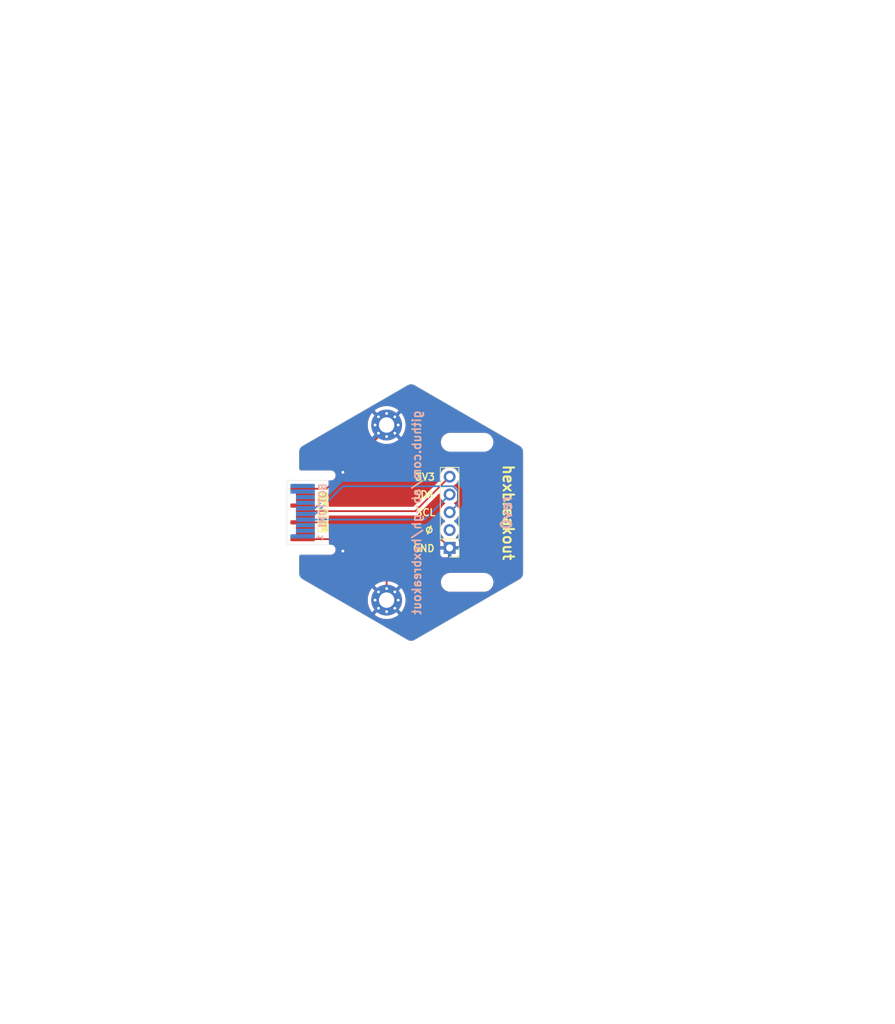
<source format=kicad_pcb>
(kicad_pcb (version 20240108) (generator "pcbnew") (generator_version "8.0")
  (layers (0 "F.Cu" signal) (31 "B.Cu" signal) (34 "B.Paste" user) (35 "F.Paste" user) (36 "B.SilkS" user "B.Silkscreen") (37 "F.SilkS" user "F.Silkscreen") (38 "B.Mask" user) (39 "F.Mask" user) (44 "Edge.Cuts" user))
  (net 0 "")
  (net 1 "/GND")
  (net 2 "/LS_A")
  (net 3 "/LS_B")
  (net 4 "/SDA")
  (net 5 "/SCL")
  (net 6 "/LS_C")
  (net 7 "/LS_D")
  (net 8 "/LS_E")
  (net 9 "/HS_F")
  (net 10 "/HS_G")
  (net 11 "/3V3")
  (net 12 "/HS_H")
  (net 13 "/HS_I")
  (footprint "tildagon:hexpansion-edge-connector" (layer "F.Cu") (at 98.25 100)
    (property "Reference" "J1" (hide yes))
    (property "Value" "Nodule-Connector" (hide yes))
    (fp_line (start 0 4.4) (end 0 -4.4) (stroke (width 0.05)) (layer "Edge.Cuts"))
    (fp_line (start 6.25 -6) (end 2 -6) (stroke (width 0.05)) (layer "Edge.Cuts"))
    (fp_line (start 6.25 -4.6) (end 0.2 -4.6) (stroke (width 0.05)) (layer "Edge.Cuts"))
    (fp_line (start 6.25 4.6) (end 0.2 4.6) (stroke (width 0.05)) (layer "Edge.Cuts"))
    (fp_line (start 6.25 6) (end 2 6) (stroke (width 0.05)) (layer "Edge.Cuts"))
    (fp_arc (start 0 -4.4) (mid 0.058579 -4.541421) (end 0.2 -4.6) (stroke (width 0.05)) (layer "Edge.Cuts"))
    (fp_arc (start 0.2 4.6) (mid 0.058579 4.541421) (end 0 4.4) (stroke (width 0.05)) (layer "Edge.Cuts"))
    (fp_arc (start 6.25 -6) (mid 6.744975 -5.794975) (end 6.95 -5.3) (stroke (width 0.05)) (layer "Edge.Cuts"))
    (fp_arc (start 6.25 4.6) (mid 6.744975 4.805025) (end 6.95 5.3) (stroke (width 0.05)) (layer "Edge.Cuts"))
    (fp_arc (start 6.95 -5.3) (mid 6.744975 -4.805025) (end 6.25 -4.6) (stroke (width 0.05)) (layer "Edge.Cuts"))
    (fp_arc (start 6.95 5.3) (mid 6.744975 5.794975) (end 6.25 6) (stroke (width 0.05)) (layer "Edge.Cuts"))
    (fp_text user "BOTTOM!" (at 5.7 -4.3 90) (layer "B.SilkS") (effects (font (thickness 0.25) (bold yes)) (justify left bottom mirror)))
    (fp_text user "1" (at 5.2 3.05 90) (layer "B.SilkS") (effects (font (size 0.8 0.8) (thickness 0.2) (bold yes)) (justify left bottom mirror)))
    (fp_text user "^ TOP ^" (at 5.8 2.85 90) (layer "F.SilkS" knockout) (effects (font (thickness 0.25) (bold yes)) (justify left bottom)))
    (pad "1" smd roundrect (at 2.25 3.4) (size 3.5 0.6) (layers "B.Cu" "B.Mask") (net 1 "/GND"))
    (pad "2" smd roundrect (at 2.65 2.6) (size 2.7 0.6) (layers "B.Cu" "B.Mask") (net 2 "/LS_A"))
    (pad "3" smd roundrect (at 2.65 1.8) (size 2.7 0.6) (layers "B.Cu" "B.Mask") (net 3 "/LS_B"))
    (pad "4" smd roundrect (at 2.65 1) (size 2.7 0.6) (layers "B.Cu" "B.Mask") (net 4 "/SDA"))
    (pad "5" smd roundrect (at 2.65 0.2) (size 2.7 0.6) (layers "B.Cu" "B.Mask") (net 5 "/SCL"))
    (pad "6" smd roundrect (at 2.65 -0.6) (size 2.7 0.6) (layers "B.Cu" "B.Mask") (net 1 "/GND"))
    (pad "7" smd roundrect (at 2.65 -1.4) (size 2.7 0.6) (layers "B.Cu" "B.Mask") (net 6 "/LS_C"))
    (pad "8" smd roundrect (at 2.65 -2.2) (size 2.7 0.6) (layers "B.Cu" "B.Mask") (net 7 "/LS_D"))
    (pad "9" smd roundrect (at 2.25 -3) (size 3.5 0.6) (layers "B.Cu" "B.Mask") (net 8 "/LS_E"))
    (pad "10" smd roundrect (at 2.25 -3.8) (size 3.5 0.6) (layers "B.Cu" "B.Mask") (net 1 "/GND"))
    (pad "11" smd roundrect (at 2.25 -3.4 180) (size 3.5 0.6) (layers "F.Cu" "F.Mask") (net 1 "/GND"))
    (pad "12" smd roundrect (at 2.65 -2.6 180) (size 2.7 0.6) (layers "F.Cu" "F.Mask") (net 9 "/HS_F"))
    (pad "13" smd roundrect (at 2.65 -1.8 180) (size 2.7 0.6) (layers "F.Cu" "F.Mask") (net 10 "/HS_G"))
    (pad "14" smd roundrect (at 2.25 -1 180) (size 3.5 0.6) (layers "F.Cu" "F.Mask") (net 1 "/GND"))
    (pad "15" smd roundrect (at 2.65 -0.2 180) (size 2.7 0.6) (layers "F.Cu" "F.Mask") (net 11 "/3V3"))
    (pad "16" smd roundrect (at 2.65 0.6 180) (size 2.7 0.6) (layers "F.Cu" "F.Mask") (net 11 "/3V3"))
    (pad "17" smd roundrect (at 2.25 1.4 180) (size 3.5 0.6) (layers "F.Cu" "F.Mask") (net 1 "/GND"))
    (pad "18" smd roundrect (at 2.65 2.2 180) (size 2.7 0.6) (layers "F.Cu" "F.Mask") (net 12 "/HS_H"))
    (pad "19" smd roundrect (at 2.65 3 180) (size 2.7 0.6) (layers "F.Cu" "F.Mask") (net 13 "/HS_I"))
    (pad "20" smd roundrect (at 2.25 3.8 180) (size 3.5 0.6) (layers "F.Cu" "F.Mask") (net 1 "/GND"))
  )
  (footprint "MountingHole:MountingHole_2.2mm_M2" (layer "F.Cu") (at 124 89.96)
    (property "Reference" "REF**" (hide yes))
    (property "Value" "MountingHole_2.2mm_M2" (hide yes))
    (pad "" np_thru_hole oval (at 0 0) (size 7 2.2) (drill oval 7 2.2) (layers "F&B.Cu" "*.Mask"))
  )
  (footprint "MountingHole:MountingHole_2.2mm_M2_Pad_Via" (layer "F.Cu") (at 112.5 87.5)
    (property "Reference" "H2" (hide yes))
    (property "Value" "MountingHole_Pad")
    (pad "1" thru_hole circle (at -1.65 0) (size 0.7 0.7) (drill 0.4) (layers "*.Cu" "*.Mask") (net 1 "/GND"))
    (pad "1" thru_hole circle (at -1.166726 -1.166726) (size 0.7 0.7) (drill 0.4) (layers "*.Cu" "*.Mask") (net 1 "/GND"))
    (pad "1" thru_hole circle (at -1.166726 1.166726) (size 0.7 0.7) (drill 0.4) (layers "*.Cu" "*.Mask") (net 1 "/GND"))
    (pad "1" thru_hole circle (at 0 -1.65) (size 0.7 0.7) (drill 0.4) (layers "*.Cu" "*.Mask") (net 1 "/GND"))
    (pad "1" thru_hole circle (at 0 0) (size 4.4 4.4) (drill 2.2) (layers "*.Cu" "*.Mask") (net 1 "/GND"))
    (pad "1" thru_hole circle (at 0 1.65) (size 0.7 0.7) (drill 0.4) (layers "*.Cu" "*.Mask") (net 1 "/GND"))
    (pad "1" thru_hole circle (at 1.166726 -1.166726) (size 0.7 0.7) (drill 0.4) (layers "*.Cu" "*.Mask") (net 1 "/GND"))
    (pad "1" thru_hole circle (at 1.166726 1.166726) (size 0.7 0.7) (drill 0.4) (layers "*.Cu" "*.Mask") (net 1 "/GND"))
    (pad "1" thru_hole circle (at 1.65 0) (size 0.7 0.7) (drill 0.4) (layers "*.Cu" "*.Mask") (net 1 "/GND"))
  )
  (footprint "Connector_PinHeader_2.54mm:PinHeader_1x05_P2.54mm_Vertical" (layer "F.Cu") (at 121.5 105.04 180)
    (property "Reference" "REF**" (hide yes))
    (property "Value" "PinHeader_1x05_P2.54mm_Vertical")
    (fp_line (start 1.33 1.27) (end 1.33 11.49) (stroke (width 0.12)) (layer "F.SilkS"))
    (fp_line (start -1.33 11.49) (end 1.33 11.49) (stroke (width 0.12)) (layer "F.SilkS"))
    (fp_line (start -1.33 1.27) (end 1.33 1.27) (stroke (width 0.12)) (layer "F.SilkS"))
    (fp_line (start -1.33 1.27) (end -1.33 11.49) (stroke (width 0.12)) (layer "F.SilkS"))
    (fp_line (start -1.33 0) (end -1.33 -1.33) (stroke (width 0.12)) (layer "F.SilkS"))
    (fp_line (start -1.33 -1.33) (end 0 -1.33) (stroke (width 0.12)) (layer "F.SilkS"))
    (pad "1" thru_hole rect (at 0 0 180) (size 1.7 1.7) (drill 1) (layers "*.Cu" "*.Mask") (net 1 "/GND"))
    (pad "2" thru_hole oval (at 0 2.54 180) (size 1.7 1.7) (drill 1) (layers "*.Cu" "*.Mask"))
    (pad "3" thru_hole oval (at 0 5.08 180) (size 1.7 1.7) (drill 1) (layers "*.Cu" "*.Mask") (net 5 "/SCL"))
    (pad "4" thru_hole oval (at 0 7.62 180) (size 1.7 1.7) (drill 1) (layers "*.Cu" "*.Mask") (net 4 "/SDA"))
    (pad "5" thru_hole oval (at 0 10.16 180) (size 1.7 1.7) (drill 1) (layers "*.Cu" "*.Mask") (net 11 "/3V3"))
  )
  (footprint "MountingHole:MountingHole_2.2mm_M2" (layer "F.Cu") (at 124 109.96)
    (property "Reference" "REF**" (hide yes))
    (property "Value" "MountingHole_2.2mm_M2" (hide yes))
    (pad "" np_thru_hole oval (at 0 0) (size 7 2.2) (drill oval 7 2.2) (layers "F&B.Cu" "*.Mask"))
  )
  (footprint "MountingHole:MountingHole_2.2mm_M2_Pad_Via" (layer "F.Cu") (at 112.5 112.5)
    (property "Reference" "H1" (hide yes))
    (property "Value" "MountingHole_Pad")
    (pad "1" thru_hole circle (at -1.65 0) (size 0.7 0.7) (drill 0.4) (layers "*.Cu" "*.Mask") (net 1 "/GND"))
    (pad "1" thru_hole circle (at -1.166726 -1.166726) (size 0.7 0.7) (drill 0.4) (layers "*.Cu" "*.Mask") (net 1 "/GND"))
    (pad "1" thru_hole circle (at -1.166726 1.166726) (size 0.7 0.7) (drill 0.4) (layers "*.Cu" "*.Mask") (net 1 "/GND"))
    (pad "1" thru_hole circle (at 0 -1.65) (size 0.7 0.7) (drill 0.4) (layers "*.Cu" "*.Mask") (net 1 "/GND"))
    (pad "1" thru_hole circle (at 0 0) (size 4.4 4.4) (drill 2.2) (layers "*.Cu" "*.Mask") (net 1 "/GND"))
    (pad "1" thru_hole circle (at 0 1.65) (size 0.7 0.7) (drill 0.4) (layers "*.Cu" "*.Mask") (net 1 "/GND"))
    (pad "1" thru_hole circle (at 1.166726 -1.166726) (size 0.7 0.7) (drill 0.4) (layers "*.Cu" "*.Mask") (net 1 "/GND"))
    (pad "1" thru_hole circle (at 1.166726 1.166726) (size 0.7 0.7) (drill 0.4) (layers "*.Cu" "*.Mask") (net 1 "/GND"))
    (pad "1" thru_hole circle (at 1.65 0) (size 0.7 0.7) (drill 0.4) (layers "*.Cu" "*.Mask") (net 1 "/GND"))
  )
  (gr_line (start 100.5 90.473725) (end 115.499995 81.813472) (stroke (width 0.05)) (layer "Edge.Cuts"))
  (gr_arc (start 131.499989 90.473725) (mid 131.866015 90.83975) (end 131.999989 91.33975) (stroke (width 0.05)) (layer "Edge.Cuts"))
  (gr_arc (start 100.25 94) (mid 100.073223 93.926777) (end 100 93.75) (stroke (width 0.1)) (layer "Edge.Cuts"))
  (gr_arc (start 115.499995 81.813472) (mid 115.999995 81.679497) (end 116.499995 81.813472) (stroke (width 0.05)) (layer "Edge.Cuts"))
  (gr_line (start 100.5 109.526269) (end 115.499995 118.186522) (stroke (width 0.05)) (layer "Edge.Cuts"))
  (gr_line (start 131.999989 91.33975) (end 131.999989 108.660243) (stroke (width 0.05)) (layer "Edge.Cuts"))
  (gr_line (start 100 93.75) (end 100 91.33975) (stroke (width 0.05)) (layer "Edge.Cuts"))
  (gr_arc (start 100 91.33975) (mid 100.133975 90.83975) (end 100.5 90.473725) (stroke (width 0.05)) (layer "Edge.Cuts"))
  (gr_line (start 100 106.25) (end 100 108.660243) (stroke (width 0.05)) (layer "Edge.Cuts"))
  (gr_line (start 116.499995 81.813472) (end 131.499989 90.473725) (stroke (width 0.05)) (layer "Edge.Cuts"))
  (gr_arc (start 100 106.25) (mid 100.073223 106.073223) (end 100.25 106) (stroke (width 0.1)) (layer "Edge.Cuts"))
  (gr_arc (start 100.5 109.526269) (mid 100.133975 109.160243) (end 100 108.660243) (stroke (width 0.05)) (layer "Edge.Cuts"))
  (gr_arc (start 131.999989 108.660243) (mid 131.866015 109.160243) (end 131.499989 109.526269) (stroke (width 0.05)) (layer "Edge.Cuts"))
  (gr_arc (start 116.499995 118.186522) (mid 115.999995 118.320497) (end 115.499995 118.186522) (stroke (width 0.05)) (layer "Edge.Cuts"))
  (gr_line (start 116.499995 118.186522) (end 131.499989 109.526269) (stroke (width 0.05)) (layer "Edge.Cuts"))
  (gr_text "github.com/ab-gh/hexbreakout" (at 117.5 100 90) (layer "B.SilkS") (effects (font (size 1.2 1.2) (thickness 0.25) (bold yes)) (justify bottom mirror)))
  (gr_text "rev0" (at 130.5 100 90) (layer "B.SilkS") (effects (font (size 1.5 1.5) (thickness 0.3) (bold yes)) (justify bottom mirror)))
  (gr_text "⊘" (at 119.34 102.99 0) (layer "F.SilkS") (effects (font (size 1 1) (thickness 0.2) (bold yes)) (justify right bottom)))
  (gr_text "GND" (at 119.45 105.71 0) (layer "F.SilkS") (effects (font (size 1 1) (thickness 0.2) (bold yes)) (justify right bottom)))
  (gr_text "SDA" (at 119.34 98.02 0) (layer "F.SilkS") (effects (font (size 1 1) (thickness 0.2) (bold yes)) (justify right bottom)))
  (gr_text "SCL" (at 119.57 100.58 0) (layer "F.SilkS") (effects (font (size 1 1) (thickness 0.2) (bold yes)) (justify right bottom)))
  (gr_text "3V3" (at 119.5 95.5 0) (layer "F.SilkS") (effects (font (size 1 1) (thickness 0.2) (bold yes)) (justify right bottom)))
  (gr_text "hexbreakout" (at 129 100 270) (layer "F.SilkS") (effects (font (size 1.5 1.5) (thickness 0.3) (bold yes)) (justify bottom)))
  (segment (start 112.5 87.5) (end 112.5 88) (width 0.25) (layer "F.Cu") (net 1))
  (segment (start 112.5 112.5) (end 112.5 109.388731) (width 0.25) (layer "F.Cu") (net 1))
  (segment (start 112.5 88) (end 103.9 96.6) (width 0.25) (layer "F.Cu") (net 1))
  (segment (start 112.5 109.388731) (end 106.911269 103.8) (width 0.25) (layer "F.Cu") (net 1))
  (segment (start 106.911269 103.8) (end 100.5 103.8) (width 0.25) (layer "F.Cu") (net 1))
  (segment (start 117.86 101.4) (end 100.5 101.4) (width 0.25) (layer "F.Cu") (net 1))
  (segment (start 121.5 105.04) (end 117.86 101.4) (width 0.25) (layer "F.Cu") (net 1))
  (segment (start 103.9 96.6) (end 100.5 96.6) (width 0.25) (layer "F.Cu") (net 1))
  (via (at 106.25 105.5) (size 0.8) (drill 0.4) (layers "F.Cu" "B.Cu") (net 1))
  (via (at 106.25 94.25) (size 0.8) (drill 0.4) (layers "F.Cu" "B.Cu") (net 1))
  (segment (start 102.249999 99.4) (end 100.9 99.4) (width 0.25) (layer "B.Cu") (net 1))
  (segment (start 106.25 95.399999) (end 102.249999 99.4) (width 0.25) (layer "B.Cu") (net 1))
  (segment (start 106.25 94.25) (end 106.25 95.399999) (width 0.25) (layer "B.Cu") (net 1))
  (segment (start 117.92 101) (end 100.9 101) (width 0.25) (layer "B.Cu") (net 4))
  (segment (start 121.5 97.42) (end 117.92 101) (width 0.25) (layer "B.Cu") (net 4))
  (segment (start 122.675 96.933299) (end 121.986701 96.245) (width 0.25) (layer "B.Cu") (net 5))
  (segment (start 122.675 98.785) (end 122.675 96.933299) (width 0.25) (layer "B.Cu") (net 5))
  (segment (start 121.5 99.96) (end 122.675 98.785) (width 0.25) (layer "B.Cu") (net 5))
  (segment (start 121.986701 96.245) (end 106.255 96.245) (width 0.25) (layer "B.Cu") (net 5))
  (segment (start 106.255 96.245) (end 102.3 100.2) (width 0.25) (layer "B.Cu") (net 5))
  (segment (start 102.3 100.2) (end 100.9 100.2) (width 0.25) (layer "B.Cu") (net 5))
  (segment (start 116.58 99.8) (end 100.9 99.8) (width 0.25) (layer "F.Cu") (net 11))
  (segment (start 121.5 94.88) (end 116.58 99.8) (width 0.25) (layer "F.Cu") (net 11))
  (segment (start 100.9 99.8) (end 100.9 100.6) (width 0.25) (layer "F.Cu") (net 11))
  (zone (net 1) (net_name "/GND") (layers "F&B.Cu") (connect_pads (clearance 0.5)) (min_thickness 0.25) (fill yes (thermal_gap 0.5) (thermal_bridge_width 0.5))
    (polygon (pts (xy 57.275 160.275) (xy 59.675 28.2) (xy 137.95 26.825) (xy 175.875 98.55) (xy 150.725 173.025) (xy 109.325 169.925)))
  )
  (zone (net 0) (net_name "") (layers "F&B.Cu") (connect_pads (clearance 0)) (min_thickness 0.25)
    (keepout (tracks allowed) (vias allowed) (pads allowed) (copperpour not_allowed) (footprints allowed))
    (fill (thermal_gap 0.5) (thermal_bridge_width 0.5))
    (polygon (pts (xy 98.25 95.01) (xy 104.2 95.01) (xy 104.27 105.08) (xy 98.25 105.1)))
  )
)
</source>
